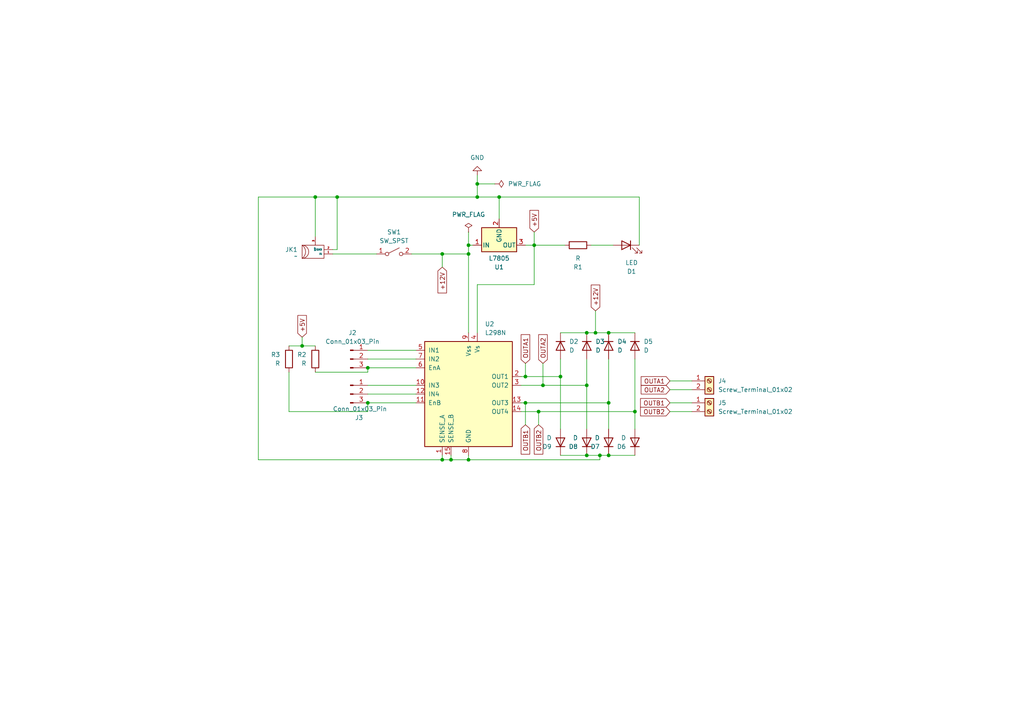
<source format=kicad_sch>
(kicad_sch (version 20231120) (generator "eeschema") (generator_version "8.0")
  (paper "A4")
  (lib_symbols
    (symbol "Connector:Conn_01x03_Pin" (pin_names (offset 1.016) hide)
      (property "Reference" "J" (at 0 5.08 0))
      (property "Value" "Conn_01x03_Pin" (at 0 -5.08 0))
      (symbol "Conn_01x03_Pin_1_1"
        (polyline (pts (xy 1.27 -2.54) (xy 0.8636 -2.54)) (stroke (width 0.1524)))
        (polyline (pts (xy 1.27 0) (xy 0.8636 0)) (stroke (width 0.1524)))
        (polyline (pts (xy 1.27 2.54) (xy 0.8636 2.54)) (stroke (width 0.1524)))
        (rectangle (start 0.8636 -2.413) (end 0 -2.667) (stroke (width 0.1524)) (fill (type outline)))
        (rectangle (start 0.8636 0.127) (end 0 -0.127) (stroke (width 0.1524)) (fill (type outline)))
        (rectangle (start 0.8636 2.667) (end 0 2.413) (stroke (width 0.1524)) (fill (type outline)))
        (pin passive line (at 5.08 2.54 180) (length 3.81) (name "Pin_1") (number "1"))
        (pin passive line (at 5.08 0 180) (length 3.81) (name "Pin_2") (number "2"))
        (pin passive line (at 5.08 -2.54 180) (length 3.81) (name "Pin_3") (number "3"))
      )
    )
    (symbol "Connector:Screw_Terminal_01x02" (pin_names (offset 1.016) hide)
      (property "Reference" "J" (at 0 2.54 0))
      (property "Value" "Screw_Terminal_01x02" (at 0 -5.08 0))
      (symbol "Screw_Terminal_01x02_1_1"
        (rectangle (start -1.27 1.27) (end 1.27 -3.81) (stroke (width 0.254)) (fill (type background)))
        (circle (center 0 -2.54) (radius 0.635) (stroke (width 0.1524)))
        (polyline (pts (xy -0.5334 -2.2098) (xy 0.3302 -3.048)) (stroke (width 0.1524)))
        (polyline (pts (xy -0.5334 0.3302) (xy 0.3302 -0.508)) (stroke (width 0.1524)))
        (polyline (pts (xy -0.3556 -2.032) (xy 0.508 -2.8702)) (stroke (width 0.1524)))
        (polyline (pts (xy -0.3556 0.508) (xy 0.508 -0.3302)) (stroke (width 0.1524)))
        (circle (center 0 0) (radius 0.635) (stroke (width 0.1524)))
        (pin passive line (at -5.08 0 0) (length 3.81) (name "Pin_1") (number "1"))
        (pin passive line (at -5.08 -2.54 0) (length 3.81) (name "Pin_2") (number "2"))
      )
    )
    (symbol "DC_Jack:DC_Jack"
      (property "Reference" "JK" (at -3.048 1.524 0))
      (symbol "DC_Jack_0_1"
        (arc (start -6.35 2.54) (mid -5.3526 4.445) (end -6.35 6.35))
        (arc (start -6.35 2.54) (mid -4.445 4.445) (end -6.35 6.35))
        (rectangle (start -6.35 6.35) (end 0 2.54))
      )
      (symbol "DC_Jack_1_1"
        (pin input line (at 2.54 3.81 180) (length 2.54) (name "IN") (number "1"))
        (pin input line (at 2.54 5.08 180) (length 2.54) (name "GND") (number "2"))
        (pin input line (at -2.54 8.89 270) (length 2.54) (name "MP") (number "3"))
      )
    )
    (symbol "Device:D" (pin_numbers hide) (pin_names (offset 1.016) hide)
      (property "Reference" "D" (at 0 2.54 0))
      (property "Value" "D" (at 0 -2.54 0))
      (symbol "D_0_1"
        (polyline (pts (xy -1.27 1.27) (xy -1.27 -1.27)) (stroke (width 0.254)))
        (polyline (pts (xy 1.27 0) (xy -1.27 0)))
        (polyline (pts (xy 1.27 1.27) (xy 1.27 -1.27) (xy -1.27 0) (xy 1.27 1.27)) (stroke (width 0.254)))
      )
      (symbol "D_1_1"
        (pin passive line (at -3.81 0 0) (length 2.54) (name "K") (number "1"))
        (pin passive line (at 3.81 0 180) (length 2.54) (name "A") (number "2"))
      )
    )
    (symbol "Device:LED" (pin_numbers hide) (pin_names (offset 1.016) hide)
      (property "Reference" "D" (at 0 2.54 0))
      (property "Value" "LED" (at 0 -2.54 0))
      (symbol "LED_0_1"
        (polyline (pts (xy -1.27 -1.27) (xy -1.27 1.27)) (stroke (width 0.254)))
        (polyline (pts (xy -1.27 0) (xy 1.27 0)))
        (polyline (pts (xy 1.27 -1.27) (xy 1.27 1.27) (xy -1.27 0) (xy 1.27 -1.27)) (stroke (width 0.254)))
        (polyline (pts (xy -3.048 -0.762) (xy -4.572 -2.286) (xy -3.81 -2.286) (xy -4.572 -2.286) (xy -4.572 -1.524)))
        (polyline (pts (xy -1.778 -0.762) (xy -3.302 -2.286) (xy -2.54 -2.286) (xy -3.302 -2.286) (xy -3.302 -1.524)))
      )
      (symbol "LED_1_1"
        (pin passive line (at -3.81 0 0) (length 2.54) (name "K") (number "1"))
        (pin passive line (at 3.81 0 180) (length 2.54) (name "A") (number "2"))
      )
    )
    (symbol "Device:R" (pin_numbers hide) (pin_names (offset 0))
      (property "Reference" "R" (at 2.032 0 90))
      (property "Value" "R" (at 0 0 90))
      (symbol "R_0_1"
        (rectangle (start -1.016 -2.54) (end 1.016 2.54) (stroke (width 0.254)))
      )
      (symbol "R_1_1"
        (pin passive line (at 0 3.81 270) (length 1.27) (name "~") (number "1"))
        (pin passive line (at 0 -3.81 90) (length 1.27) (name "~") (number "2"))
      )
    )
    (symbol "Driver_Motor:L298N" (pin_names (offset 1.016))
      (property "Reference" "U" (at -10.16 16.51 0))
      (property "Value" "L298N" (at 12.7 16.51 0))
      (symbol "L298N_0_1"
        (rectangle (start -12.7 15.24) (end 12.7 -15.24) (stroke (width 0.254)) (fill (type background)))
      )
      (symbol "L298N_1_1"
        (pin power_in line (at -7.62 -17.78 90) (length 2.54) (name "SENSE_A") (number "1"))
        (pin input line (at -15.24 2.54 0) (length 2.54) (name "IN3") (number "10"))
        (pin input line (at -15.24 -2.54 0) (length 2.54) (name "EnB") (number "11"))
        (pin input line (at -15.24 0 0) (length 2.54) (name "IN4") (number "12"))
        (pin output line (at 15.24 -2.54 180) (length 2.54) (name "OUT3") (number "13"))
        (pin output line (at 15.24 -5.08 180) (length 2.54) (name "OUT4") (number "14"))
        (pin power_in line (at -5.08 -17.78 90) (length 2.54) (name "SENSE_B") (number "15"))
        (pin output line (at 15.24 5.08 180) (length 2.54) (name "OUT1") (number "2"))
        (pin output line (at 15.24 2.54 180) (length 2.54) (name "OUT2") (number "3"))
        (pin power_in line (at 2.54 17.78 270) (length 2.54) (name "Vs") (number "4"))
        (pin input line (at -15.24 12.7 0) (length 2.54) (name "IN1") (number "5"))
        (pin input line (at -15.24 7.62 0) (length 2.54) (name "EnA") (number "6"))
        (pin input line (at -15.24 10.16 0) (length 2.54) (name "IN2") (number "7"))
        (pin power_in line (at 0 -17.78 90) (length 2.54) (name "GND") (number "8"))
        (pin power_in line (at 0 17.78 270) (length 2.54) (name "Vss") (number "9"))
      )
    )
    (symbol "Regulator_Linear:L7805" (pin_names (offset 0.254))
      (property "Reference" "U" (at -3.81 3.175 0))
      (property "Value" "L7805" (at 0 3.175 0))
      (symbol "L7805_0_1"
        (rectangle (start -5.08 1.905) (end 5.08 -5.08) (stroke (width 0.254)) (fill (type background)))
      )
      (symbol "L7805_1_1"
        (pin power_in line (at -7.62 0 0) (length 2.54) (name "IN") (number "1"))
        (pin power_in line (at 0 -7.62 90) (length 2.54) (name "GND") (number "2"))
        (pin power_out line (at 7.62 0 180) (length 2.54) (name "OUT") (number "3"))
      )
    )
    (symbol "Switch:SW_SPST" (pin_names (offset 0) hide)
      (property "Reference" "SW" (at 0 3.175 0))
      (property "Value" "SW_SPST" (at 0 -2.54 0))
      (symbol "SW_SPST_0_0"
        (circle (center -2.032 0) (radius 0.508))
        (polyline (pts (xy -1.524 0.254) (xy 1.524 1.778)))
        (circle (center 2.032 0) (radius 0.508))
      )
      (symbol "SW_SPST_1_1"
        (pin passive line (at -5.08 0 0) (length 2.54) (name "A") (number "1"))
        (pin passive line (at 5.08 0 180) (length 2.54) (name "B") (number "2"))
      )
    )
    (symbol "power:GND" (power) (pin_numbers hide) (pin_names (offset 0) hide)
      (property "Value" "GND" (at 0 -3.81 0))
      (symbol "GND_0_1"
        (polyline (pts (xy 0 0) (xy 0 -1.27) (xy 1.27 -1.27) (xy 0 -2.54) (xy -1.27 -1.27) (xy 0 -1.27)))
      )
      (symbol "GND_1_1"
        (pin power_in line (at 0 0 270) (length 0) (name "~") (number "1"))
      )
    )
    (symbol "power:PWR_FLAG" (power) (pin_numbers hide) (pin_names (offset 0) hide)
      (property "Value" "PWR_FLAG" (at 0 3.81 0))
      (symbol "PWR_FLAG_0_0"
        (pin power_out line (at 0 0 90) (length 0) (name "~") (number "1"))
      )
      (symbol "PWR_FLAG_0_1"
        (polyline (pts (xy 0 0) (xy 0 1.27) (xy -1.016 1.905) (xy 0 2.54) (xy 1.016 1.905) (xy 0 1.27)))
      )
    )
  )
  (junction (at 157.48 111.76))
  (junction (at 87.63 100.33))
  (junction (at 170.18 96.52))
  (junction (at 176.53 96.52))
  (junction (at 91.44 57.15))
  (junction (at 176.53 132.08))
  (junction (at 128.27 73.66))
  (junction (at 130.81 133.35))
  (junction (at 184.15 119.38))
  (junction (at 128.27 133.35))
  (junction (at 106.68 116.84))
  (junction (at 144.78 57.15))
  (junction (at 162.56 109.22))
  (junction (at 135.89 73.66))
  (junction (at 135.89 133.35))
  (junction (at 152.4 109.22))
  (junction (at 138.43 57.15))
  (junction (at 97.79 57.15))
  (junction (at 173.99 132.08))
  (junction (at 154.94 71.12))
  (junction (at 106.68 106.68))
  (junction (at 172.72 96.52))
  (junction (at 138.43 53.34))
  (junction (at 170.18 111.76))
  (junction (at 176.53 116.84))
  (junction (at 135.89 71.12))
  (junction (at 152.4 116.84))
  (junction (at 156.21 119.38))
  (junction (at 170.18 132.08))
  (wire (pts (xy 138.43 96.52) (xy 138.43 82.55)))
  (wire (pts (xy 185.42 57.15) (xy 144.78 57.15)))
  (wire (pts (xy 152.4 116.84) (xy 176.53 116.84)))
  (wire (pts (xy 128.27 73.66) (xy 135.89 73.66)))
  (wire (pts (xy 157.48 111.76) (xy 170.18 111.76)))
  (wire (pts (xy 91.44 57.15) (xy 97.79 57.15)))
  (wire (pts (xy 138.43 57.15) (xy 144.78 57.15)))
  (wire (pts (xy 154.94 71.12) (xy 163.83 71.12)))
  (wire (pts (xy 91.44 57.15) (xy 91.44 68.58)))
  (wire (pts (xy 172.72 96.52) (xy 176.53 96.52)))
  (wire (pts (xy 106.68 101.6) (xy 120.65 101.6)))
  (wire (pts (xy 173.99 133.35) (xy 173.99 132.08)))
  (wire (pts (xy 194.31 119.38) (xy 200.66 119.38)))
  (wire (pts (xy 138.43 50.8) (xy 138.43 53.34)))
  (wire (pts (xy 83.82 119.38) (xy 106.68 119.38)))
  (wire (pts (xy 135.89 133.35) (xy 135.89 132.08)))
  (wire (pts (xy 138.43 82.55) (xy 154.94 82.55)))
  (wire (pts (xy 184.15 104.14) (xy 184.15 119.38)))
  (wire (pts (xy 170.18 96.52) (xy 172.72 96.52)))
  (wire (pts (xy 162.56 96.52) (xy 170.18 96.52)))
  (wire (pts (xy 151.13 109.22) (xy 152.4 109.22)))
  (wire (pts (xy 154.94 71.12) (xy 154.94 82.55)))
  (wire (pts (xy 172.72 90.17) (xy 172.72 96.52)))
  (wire (pts (xy 162.56 104.14) (xy 162.56 109.22)))
  (wire (pts (xy 97.79 57.15) (xy 97.79 72.39)))
  (wire (pts (xy 152.4 109.22) (xy 162.56 109.22)))
  (wire (pts (xy 194.31 113.03) (xy 200.66 113.03)))
  (wire (pts (xy 135.89 71.12) (xy 137.16 71.12)))
  (wire (pts (xy 176.53 116.84) (xy 176.53 124.46)))
  (wire (pts (xy 154.94 67.31) (xy 154.94 71.12)))
  (wire (pts (xy 74.93 57.15) (xy 74.93 133.35)))
  (wire (pts (xy 83.82 107.95) (xy 83.82 119.38)))
  (wire (pts (xy 157.48 105.41) (xy 157.48 111.76)))
  (wire (pts (xy 128.27 133.35) (xy 130.81 133.35)))
  (wire (pts (xy 135.89 133.35) (xy 173.99 133.35)))
  (wire (pts (xy 119.38 73.66) (xy 128.27 73.66)))
  (wire (pts (xy 128.27 73.66) (xy 128.27 77.47)))
  (wire (pts (xy 173.99 132.08) (xy 176.53 132.08)))
  (wire (pts (xy 74.93 57.15) (xy 91.44 57.15)))
  (wire (pts (xy 144.78 57.15) (xy 144.78 63.5)))
  (wire (pts (xy 152.4 116.84) (xy 152.4 123.19)))
  (wire (pts (xy 106.68 111.76) (xy 120.65 111.76)))
  (wire (pts (xy 152.4 105.41) (xy 152.4 109.22)))
  (wire (pts (xy 135.89 73.66) (xy 135.89 96.52)))
  (wire (pts (xy 96.52 72.39) (xy 97.79 72.39)))
  (wire (pts (xy 185.42 71.12) (xy 185.42 57.15)))
  (wire (pts (xy 171.45 71.12) (xy 177.8 71.12)))
  (wire (pts (xy 135.89 73.66) (xy 135.89 71.12)))
  (wire (pts (xy 135.89 67.31) (xy 135.89 71.12)))
  (wire (pts (xy 96.52 73.66) (xy 109.22 73.66)))
  (wire (pts (xy 184.15 119.38) (xy 184.15 124.46)))
  (wire (pts (xy 151.13 116.84) (xy 152.4 116.84)))
  (wire (pts (xy 162.56 132.08) (xy 170.18 132.08)))
  (wire (pts (xy 106.68 114.3) (xy 120.65 114.3)))
  (wire (pts (xy 130.81 132.08) (xy 130.81 133.35)))
  (wire (pts (xy 87.63 97.79) (xy 87.63 100.33)))
  (wire (pts (xy 151.13 119.38) (xy 156.21 119.38)))
  (wire (pts (xy 130.81 133.35) (xy 135.89 133.35)))
  (wire (pts (xy 106.68 104.14) (xy 120.65 104.14)))
  (wire (pts (xy 170.18 132.08) (xy 173.99 132.08)))
  (wire (pts (xy 138.43 53.34) (xy 138.43 57.15)))
  (wire (pts (xy 97.79 57.15) (xy 138.43 57.15)))
  (wire (pts (xy 91.44 107.95) (xy 106.68 107.95)))
  (wire (pts (xy 128.27 132.08) (xy 128.27 133.35)))
  (wire (pts (xy 138.43 53.34) (xy 143.51 53.34)))
  (wire (pts (xy 162.56 109.22) (xy 162.56 124.46)))
  (wire (pts (xy 170.18 104.14) (xy 170.18 111.76)))
  (wire (pts (xy 156.21 119.38) (xy 184.15 119.38)))
  (wire (pts (xy 152.4 71.12) (xy 154.94 71.12)))
  (wire (pts (xy 83.82 100.33) (xy 87.63 100.33)))
  (wire (pts (xy 176.53 96.52) (xy 184.15 96.52)))
  (wire (pts (xy 106.68 119.38) (xy 106.68 116.84)))
  (wire (pts (xy 194.31 116.84) (xy 200.66 116.84)))
  (wire (pts (xy 106.68 116.84) (xy 120.65 116.84)))
  (wire (pts (xy 194.31 110.49) (xy 200.66 110.49)))
  (wire (pts (xy 156.21 119.38) (xy 156.21 123.19)))
  (wire (pts (xy 176.53 132.08) (xy 184.15 132.08)))
  (wire (pts (xy 106.68 106.68) (xy 120.65 106.68)))
  (wire (pts (xy 170.18 111.76) (xy 170.18 124.46)))
  (wire (pts (xy 176.53 104.14) (xy 176.53 116.84)))
  (wire (pts (xy 151.13 111.76) (xy 157.48 111.76)))
  (wire (pts (xy 106.68 106.68) (xy 106.68 107.95)))
  (wire (pts (xy 74.93 133.35) (xy 128.27 133.35)))
  (wire (pts (xy 87.63 100.33) (xy 91.44 100.33)))
  (global_label "+5V" (shape input) (at 87.63 97.79 90) (property "Intersheetrefs" "${INTERSHEET_REFS}" (effects (hide yes))))
  (global_label "OUTA1" (shape input) (at 152.4 105.41 90) (property "Intersheetrefs" "${INTERSHEET_REFS}" (effects (hide yes))))
  (global_label "+12V" (shape input) (at 172.72 90.17 90) (property "Intersheetrefs" "${INTERSHEET_REFS}" (effects (hide yes))))
  (global_label "OUTB2" (shape input) (at 194.31 119.38 180) (property "Intersheetrefs" "${INTERSHEET_REFS}" (effects (hide yes))))
  (global_label "+12V" (shape input) (at 128.27 77.47 270) (property "Intersheetrefs" "${INTERSHEET_REFS}" (effects (hide yes))))
  (global_label "OUTA2" (shape input) (at 194.31 113.03 180) (property "Intersheetrefs" "${INTERSHEET_REFS}" (effects (hide yes))))
  (global_label "+5V" (shape input) (at 154.94 67.31 90) (property "Intersheetrefs" "${INTERSHEET_REFS}" (effects (hide yes))))
  (global_label "OUTB1" (shape input) (at 152.4 123.19 270) (property "Intersheetrefs" "${INTERSHEET_REFS}" (effects (hide yes))))
  (global_label "OUTB2" (shape input) (at 156.21 123.19 270) (property "Intersheetrefs" "${INTERSHEET_REFS}" (effects (hide yes))))
  (global_label "OUTB1" (shape input) (at 194.31 116.84 180) (property "Intersheetrefs" "${INTERSHEET_REFS}" (effects (hide yes))))
  (global_label "OUTA1" (shape input) (at 194.31 110.49 180) (property "Intersheetrefs" "${INTERSHEET_REFS}" (effects (hide yes))))
  (global_label "OUTA2" (shape input) (at 157.48 105.41 90) (property "Intersheetrefs" "${INTERSHEET_REFS}" (effects (hide yes))))
  (symbol (lib_id "Device:D") (at 162.56 128.27 90) (unit 1)
    (property "Reference" "D9" (at 160.02 129.5401 90) (effects (justify left)))
    (property "Value" "D" (at 160.02 127.0001 90) (effects (justify left)))
    (property "Footprint" "Diode_THT:D_A-405_P2.54mm_Vertical_KathodeUp" (effects (hide yes)))
    (property "Description" "Diode" (effects (hide yes)))
    (property "Sim.Device" "D" (effects (hide yes)))
    (property "Sim.Pins" "1=K 2=A" (effects (hide yes)))
  )
  (symbol (lib_id "Regulator_Linear:L7805") (at 144.78 71.12 0) (mirror x) (unit 1)
    (property "Reference" "U1" (at 144.78 77.47 0))
    (property "Value" "L7805" (at 144.78 74.93 0))
    (property "Footprint" "Package_TO_SOT_THT:TO-220-3_Vertical" (effects (hide yes)))
    (property "Datasheet" "http://www.st.com/content/ccc/resource/technical/document/datasheet/41/4f/b3/b0/12/d4/47/88/CD00000444.pdf/files/CD00000444.pdf/jcr:content/translations/en.CD00000444.pdf" (effects (hide yes)))
    (property "Description" "Positive 1.5A 35V Linear Regulator, Fixed Output 5V, TO-220/TO-263/TO-252" (effects (hide yes)))
  )
  (symbol (lib_id "Connector:Screw_Terminal_01x02") (at 205.74 116.84 0) (unit 1)
    (property "Reference" "J5" (at 208.28 116.8399 0) (effects (justify left)))
    (property "Value" "Screw_Terminal_01x02" (at 208.28 119.3799 0) (effects (justify left)))
    (property "Footprint" "TerminalBlock:TerminalBlock_Altech_AK300-2_P5.00mm" (effects (hide yes)))
    (property "Description" "Generic screw terminal, single row, 01x02, script generated (kicad-library-utils/schlib/autogen/connector/)" (effects (hide yes)))
  )
  (symbol (lib_id "Switch:SW_SPST") (at 114.3 73.66 0) (unit 1)
    (property "Reference" "SW1" (at 114.3 67.31 0))
    (property "Value" "SW_SPST" (at 114.3 69.85 0))
    (property "Footprint" "Switch_Custom:Slide_Switch_2pin" (effects (hide yes)))
    (property "Description" "Single Pole Single Throw (SPST) switch" (effects (hide yes)))
  )
  (symbol (lib_id "Device:R") (at 91.44 104.14 0) (mirror x) (unit 1)
    (property "Reference" "R2" (at 88.9 102.8699 0) (effects (justify right)))
    (property "Value" "R" (at 88.9 105.4099 0) (effects (justify right)))
    (property "Footprint" "Resistor_THT:R_Axial_DIN0204_L3.6mm_D1.6mm_P2.54mm_Vertical" (effects (hide yes)))
    (property "Description" "Resistor" (effects (hide yes)))
  )
  (symbol (lib_id "Device:D") (at 176.53 128.27 90) (unit 1)
    (property "Reference" "D7" (at 173.99 129.5401 90) (effects (justify left)))
    (property "Value" "D" (at 173.99 127.0001 90) (effects (justify left)))
    (property "Footprint" "Diode_THT:D_A-405_P2.54mm_Vertical_KathodeUp" (effects (hide yes)))
    (property "Description" "Diode" (effects (hide yes)))
    (property "Sim.Device" "D" (effects (hide yes)))
    (property "Sim.Pins" "1=K 2=A" (effects (hide yes)))
  )
  (symbol (lib_id "Driver_Motor:L298N") (at 135.89 114.3 0) (unit 1)
    (property "Reference" "U2" (at 140.6241 93.98 0) (effects (justify left)))
    (property "Value" "L298N" (at 140.6241 96.52 0) (effects (justify left)))
    (property "Footprint" "Package_TO_SOT_THT:TO-220-15_P2.54x2.54mm_StaggerOdd_Lead4.58mm_Vertical" (effects (hide yes)))
    (property "Datasheet" "http://www.st.com/st-web-ui/static/active/en/resource/technical/document/datasheet/CD00000240.pdf" (effects (hide yes)))
    (property "Description" "Dual full bridge motor driver, up to 46V, 4A, Multiwatt15-V" (effects (hide yes)))
  )
  (symbol (lib_id "Device:R") (at 83.82 104.14 0) (mirror x) (unit 1)
    (property "Reference" "R3" (at 81.28 102.8699 0) (effects (justify right)))
    (property "Value" "R" (at 81.28 105.4099 0) (effects (justify right)))
    (property "Footprint" "Resistor_THT:R_Axial_DIN0204_L3.6mm_D1.6mm_P2.54mm_Vertical" (effects (hide yes)))
    (property "Description" "Resistor" (effects (hide yes)))
  )
  (symbol (lib_id "Connector:Conn_01x03_Pin") (at 101.6 114.3 0) (unit 1)
    (property "Reference" "J3" (at 104.14 121.158 0))
    (property "Value" "Conn_01x03_Pin" (at 104.394 118.618 0))
    (property "Footprint" "Connector_PinHeader_2.54mm:PinHeader_1x03_P2.54mm_Vertical" (effects (hide yes)))
    (property "Description" "Generic connector, single row, 01x03, script generated" (effects (hide yes)))
  )
  (symbol (lib_id "Device:D") (at 170.18 128.27 90) (unit 1)
    (property "Reference" "D8" (at 167.64 129.5401 90) (effects (justify left)))
    (property "Value" "D" (at 167.64 127.0001 90) (effects (justify left)))
    (property "Footprint" "Diode_THT:D_A-405_P2.54mm_Vertical_KathodeUp" (effects (hide yes)))
    (property "Description" "Diode" (effects (hide yes)))
    (property "Sim.Device" "D" (effects (hide yes)))
    (property "Sim.Pins" "1=K 2=A" (effects (hide yes)))
  )
  (symbol (lib_id "Device:LED") (at 181.61 71.12 0) (mirror y) (unit 1)
    (property "Reference" "D1" (at 183.1975 78.74 0))
    (property "Value" "LED" (at 183.1975 76.2 0))
    (property "Footprint" "LED_THT:LED_D4.0mm" (effects (hide yes)))
    (property "Description" "Light emitting diode" (effects (hide yes)))
  )
  (symbol (lib_id "power:PWR_FLAG") (at 135.89 67.31 0) (unit 1)
    (property "Reference" "#FLG02" (effects (hide yes)))
    (property "Value" "PWR_FLAG" (at 135.89 62.23 0))
    (property "Description" "Special symbol for telling ERC where power comes from" (effects (hide yes)))
  )
  (symbol (lib_id "Device:D") (at 184.15 100.33 270) (unit 1)
    (property "Reference" "D5" (at 186.69 99.0599 90) (effects (justify left)))
    (property "Value" "D" (at 186.69 101.5999 90) (effects (justify left)))
    (property "Footprint" "Diode_THT:D_A-405_P2.54mm_Vertical_KathodeUp" (effects (hide yes)))
    (property "Description" "Diode" (effects (hide yes)))
    (property "Sim.Device" "D" (effects (hide yes)))
    (property "Sim.Pins" "1=K 2=A" (effects (hide yes)))
  )
  (symbol (lib_id "Device:D") (at 176.53 100.33 270) (unit 1)
    (property "Reference" "D4" (at 179.07 99.0599 90) (effects (justify left)))
    (property "Value" "D" (at 179.07 101.5999 90) (effects (justify left)))
    (property "Footprint" "Diode_THT:D_A-405_P2.54mm_Vertical_KathodeUp" (effects (hide yes)))
    (property "Description" "Diode" (effects (hide yes)))
    (property "Sim.Device" "D" (effects (hide yes)))
    (property "Sim.Pins" "1=K 2=A" (effects (hide yes)))
  )
  (symbol (lib_id "DC_Jack:DC_Jack") (at 93.98 77.47 0) (unit 1)
    (property "Reference" "JK1" (at 86.36 72.3899 0) (effects (justify right)))
    (property "Value" "~" (at 86.36 74.295 0) (effects (justify right)))
    (property "Footprint" "Connector_BarrelJack:BarrelJack_Horizontal" (effects (hide yes)))
  )
  (symbol (lib_id "Device:D") (at 170.18 100.33 270) (unit 1)
    (property "Reference" "D3" (at 172.72 99.0599 90) (effects (justify left)))
    (property "Value" "D" (at 172.72 101.5999 90) (effects (justify left)))
    (property "Footprint" "Diode_THT:D_A-405_P2.54mm_Vertical_KathodeUp" (effects (hide yes)))
    (property "Description" "Diode" (effects (hide yes)))
    (property "Sim.Device" "D" (effects (hide yes)))
    (property "Sim.Pins" "1=K 2=A" (effects (hide yes)))
  )
  (symbol (lib_id "power:PWR_FLAG") (at 143.51 53.34 270) (unit 1)
    (property "Reference" "#FLG01" (effects (hide yes)))
    (property "Value" "PWR_FLAG" (at 147.32 53.3399 90) (effects (justify left)))
    (property "Description" "Special symbol for telling ERC where power comes from" (effects (hide yes)))
  )
  (symbol (lib_id "Device:R") (at 167.64 71.12 90) (mirror x) (unit 1)
    (property "Reference" "R1" (at 167.64 77.47 90))
    (property "Value" "R" (at 167.64 74.93 90))
    (property "Footprint" "Resistor_THT:R_Axial_DIN0204_L3.6mm_D1.6mm_P2.54mm_Vertical" (effects (hide yes)))
    (property "Description" "Resistor" (effects (hide yes)))
  )
  (symbol (lib_id "Connector:Conn_01x03_Pin") (at 101.6 104.14 0) (unit 1)
    (property "Reference" "J2" (at 102.235 96.52 0))
    (property "Value" "Conn_01x03_Pin" (at 102.235 99.06 0))
    (property "Footprint" "Connector_PinHeader_2.54mm:PinHeader_1x03_P2.54mm_Vertical" (effects (hide yes)))
    (property "Description" "Generic connector, single row, 01x03, script generated" (effects (hide yes)))
  )
  (symbol (lib_id "power:GND") (at 138.43 50.8 180) (unit 1)
    (property "Reference" "#PWR01" (effects (hide yes)))
    (property "Value" "GND" (at 138.43 45.72 0))
    (property "Description" "Power symbol creates a global label with name \"GND\" , ground" (effects (hide yes)))
  )
  (symbol (lib_id "Connector:Screw_Terminal_01x02") (at 205.74 110.49 0) (unit 1)
    (property "Reference" "J4" (at 208.28 110.4899 0) (effects (justify left)))
    (property "Value" "Screw_Terminal_01x02" (at 208.28 113.0299 0) (effects (justify left)))
    (property "Footprint" "TerminalBlock:TerminalBlock_Altech_AK300-2_P5.00mm" (effects (hide yes)))
    (property "Description" "Generic screw terminal, single row, 01x02, script generated (kicad-library-utils/schlib/autogen/connector/)" (effects (hide yes)))
  )
  (symbol (lib_id "Device:D") (at 184.15 128.27 90) (unit 1)
    (property "Reference" "D6" (at 181.61 129.5401 90) (effects (justify left)))
    (property "Value" "D" (at 181.61 127.0001 90) (effects (justify left)))
    (property "Footprint" "Diode_THT:D_A-405_P2.54mm_Vertical_KathodeUp" (effects (hide yes)))
    (property "Description" "Diode" (effects (hide yes)))
    (property "Sim.Device" "D" (effects (hide yes)))
    (property "Sim.Pins" "1=K 2=A" (effects (hide yes)))
  )
  (symbol (lib_id "Device:D") (at 162.56 100.33 270) (unit 1)
    (property "Reference" "D2" (at 165.1 99.0599 90) (effects (justify left)))
    (property "Value" "D" (at 165.1 101.5999 90) (effects (justify left)))
    (property "Footprint" "Diode_THT:D_A-405_P2.54mm_Vertical_KathodeUp" (effects (hide yes)))
    (property "Description" "Diode" (effects (hide yes)))
    (property "Sim.Device" "D" (effects (hide yes)))
    (property "Sim.Pins" "1=K 2=A" (effects (hide yes)))
  )
)
</source>
